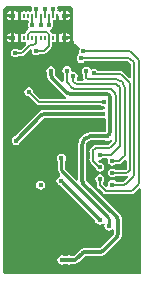
<source format=gtl>
G04*
G04 #@! TF.GenerationSoftware,Altium Limited,Altium Designer,20.1.14 (287)*
G04*
G04 Layer_Physical_Order=1*
G04 Layer_Color=30967*
%FSLAX24Y24*%
%MOIN*%
G70*
G04*
G04 #@! TF.SameCoordinates,895090D0-6B7F-4F05-9124-98F443DF3968*
G04*
G04*
G04 #@! TF.FilePolarity,Positive*
G04*
G01*
G75*
%ADD11C,0.0071*%
G04:AMPARAMS|DCode=12|XSize=17.9mil|YSize=13mil|CornerRadius=0.7mil|HoleSize=0mil|Usage=FLASHONLY|Rotation=0.000|XOffset=0mil|YOffset=0mil|HoleType=Round|Shape=RoundedRectangle|*
%AMROUNDEDRECTD12*
21,1,0.0179,0.0117,0,0,0.0*
21,1,0.0166,0.0130,0,0,0.0*
1,1,0.0013,0.0083,-0.0058*
1,1,0.0013,-0.0083,-0.0058*
1,1,0.0013,-0.0083,0.0058*
1,1,0.0013,0.0083,0.0058*
%
%ADD12ROUNDEDRECTD12*%
G04:AMPARAMS|DCode=13|XSize=7.1mil|YSize=15.7mil|CornerRadius=0.4mil|HoleSize=0mil|Usage=FLASHONLY|Rotation=180.000|XOffset=0mil|YOffset=0mil|HoleType=Round|Shape=RoundedRectangle|*
%AMROUNDEDRECTD13*
21,1,0.0071,0.0150,0,0,180.0*
21,1,0.0064,0.0157,0,0,180.0*
1,1,0.0007,-0.0032,0.0075*
1,1,0.0007,0.0032,0.0075*
1,1,0.0007,0.0032,-0.0075*
1,1,0.0007,-0.0032,-0.0075*
%
%ADD13ROUNDEDRECTD13*%
%ADD16C,0.0098*%
%ADD17C,0.0079*%
%ADD18C,0.0079*%
%ADD19C,0.0138*%
%ADD20C,0.0049*%
%ADD21C,0.0177*%
G36*
X1116Y8640D02*
X1155Y8577D01*
X1149Y8543D01*
X1152Y8529D01*
X1144Y8509D01*
X1107Y8462D01*
X1106Y8461D01*
X1104Y8461D01*
X1091Y8453D01*
X1079Y8461D01*
X1054Y8466D01*
X990D01*
X966Y8461D01*
X953Y8453D01*
X941Y8461D01*
X916Y8466D01*
X853D01*
X836Y8463D01*
X811Y8479D01*
X797Y8482D01*
Y8431D01*
X794Y8426D01*
X789Y8402D01*
Y8327D01*
Y8252D01*
X794Y8227D01*
X797Y8223D01*
Y8171D01*
X811Y8174D01*
X836Y8191D01*
X853Y8188D01*
X916D01*
X941Y8193D01*
X953Y8201D01*
X966Y8193D01*
X990Y8188D01*
X1018D01*
X1030Y8171D01*
X1046Y8125D01*
X1022Y8089D01*
X1011Y8031D01*
X1022Y7974D01*
X1046Y7938D01*
X1033Y7880D01*
X1029Y7870D01*
X974Y7834D01*
X937Y7779D01*
X927Y7726D01*
X916Y7728D01*
X853D01*
X836Y7724D01*
X811Y7741D01*
X797Y7744D01*
Y7693D01*
X794Y7688D01*
X789Y7664D01*
Y7589D01*
Y7513D01*
X794Y7489D01*
X797Y7484D01*
Y7433D01*
X811Y7436D01*
X836Y7453D01*
X853Y7450D01*
X916D01*
X937Y7435D01*
X945Y7357D01*
X778Y7189D01*
X772Y7187D01*
X711D01*
X707Y7193D01*
X658Y7226D01*
X600Y7237D01*
X543Y7226D01*
X494Y7193D01*
X461Y7144D01*
X450Y7087D01*
X461Y7029D01*
X494Y6980D01*
X543Y6948D01*
X600Y6936D01*
X658Y6948D01*
X707Y6980D01*
X711Y6986D01*
X784D01*
Y6985D01*
X853Y6998D01*
X912Y7038D01*
X912Y7038D01*
X955Y7083D01*
X1086Y7214D01*
X1141Y7185D01*
X1144Y7179D01*
X1139Y7156D01*
X1150Y7098D01*
X1183Y7049D01*
X1232Y7016D01*
X1289Y7005D01*
X1347Y7016D01*
X1396Y7049D01*
X1403Y7059D01*
X1478Y7059D01*
X1541Y7058D01*
X1541Y7058D01*
X1605Y7071D01*
X1660Y7107D01*
X1659Y7108D01*
X1714Y7164D01*
X1760Y7207D01*
X1760Y7207D01*
X1796Y7262D01*
X1809Y7326D01*
X1808Y7326D01*
X1808Y7442D01*
X1817Y7450D01*
X1881D01*
X1897Y7453D01*
X1923Y7436D01*
X1937Y7433D01*
Y7484D01*
X1940Y7489D01*
X1945Y7513D01*
Y7589D01*
Y7664D01*
X1940Y7688D01*
X1937Y7693D01*
Y7744D01*
X1923Y7741D01*
X1897Y7724D01*
X1881Y7728D01*
X1817D01*
X1807Y7726D01*
X1796Y7779D01*
X1764Y7827D01*
X1767Y7861D01*
X1778Y7897D01*
X1819Y7925D01*
X1852Y7974D01*
X1863Y8031D01*
X1852Y8089D01*
X1838Y8110D01*
X1859Y8174D01*
X1901Y8189D01*
X1923Y8174D01*
X1937Y8171D01*
Y8223D01*
X1940Y8227D01*
X1945Y8252D01*
Y8324D01*
X1945Y8327D01*
X2037D01*
Y8171D01*
X2051Y8174D01*
X2078Y8192D01*
X2126Y8188D01*
X2160Y8181D01*
X2193D01*
Y8327D01*
Y8472D01*
X2160D01*
X2126Y8466D01*
X2078Y8461D01*
X2051Y8479D01*
X2019Y8486D01*
X1995Y8515D01*
X2001Y8543D01*
X1994Y8577D01*
X2033Y8640D01*
X2427D01*
X2446Y8640D01*
X2482Y8625D01*
X2509Y8598D01*
X2523Y8563D01*
X2523Y8544D01*
X2523Y8543D01*
X2523Y8543D01*
X2523Y7569D01*
X2524Y7564D01*
X2524Y7559D01*
X2527Y7521D01*
X2532Y7507D01*
X2535Y7492D01*
X2564Y7421D01*
X2586Y7389D01*
X2640Y7334D01*
X2673Y7313D01*
X2714Y7295D01*
X2722Y7283D01*
X2735Y7230D01*
X2734Y7221D01*
X2715Y7193D01*
X2704Y7136D01*
X2715Y7078D01*
X2685Y7010D01*
X2679Y7006D01*
X2646Y6957D01*
X2635Y6900D01*
X2646Y6842D01*
X2679Y6793D01*
X2728Y6761D01*
X2785Y6749D01*
X2843Y6761D01*
X2892Y6793D01*
X2896Y6799D01*
X4355D01*
X4360Y6797D01*
X4454Y6703D01*
X4457Y6697D01*
Y6260D01*
X4399Y6235D01*
X4208Y6426D01*
X4209Y6427D01*
X4209Y6427D01*
X4209Y6427D01*
X4151Y6466D01*
X4082Y6480D01*
Y6478D01*
X3339D01*
X3315Y6514D01*
X3266Y6547D01*
X3209Y6558D01*
X3151Y6547D01*
X3111Y6520D01*
X3102Y6524D01*
X3069Y6573D01*
X3020Y6606D01*
X2963Y6617D01*
X2905Y6606D01*
X2856Y6573D01*
X2824Y6524D01*
X2812Y6467D01*
X2824Y6409D01*
X2856Y6360D01*
X2862Y6356D01*
Y6257D01*
X2870Y6218D01*
X2878Y6207D01*
X2850Y6144D01*
X2691D01*
X2691Y6144D01*
X2691Y6144D01*
X2690Y6144D01*
X2690Y6144D01*
X2660Y6150D01*
X2649Y6166D01*
X2636Y6218D01*
X2659Y6251D01*
X2670Y6309D01*
X2659Y6367D01*
X2626Y6415D01*
X2577Y6448D01*
X2520Y6459D01*
X2520Y6460D01*
X2464Y6496D01*
X2452Y6554D01*
X2419Y6603D01*
X2371Y6635D01*
X2313Y6647D01*
X2255Y6635D01*
X2207Y6603D01*
X2174Y6554D01*
X2162Y6496D01*
X2174Y6438D01*
X2207Y6390D01*
X2213Y6386D01*
Y6135D01*
X2211D01*
X2211Y6133D01*
X2153Y6102D01*
X1959Y6297D01*
X1916Y6343D01*
X1914Y6346D01*
X1912Y6409D01*
Y6416D01*
X1921Y6429D01*
X1932Y6486D01*
X1921Y6544D01*
X1888Y6593D01*
X1839Y6625D01*
X1781Y6637D01*
X1724Y6625D01*
X1675Y6593D01*
X1642Y6544D01*
X1631Y6486D01*
X1642Y6429D01*
X1651Y6416D01*
Y6346D01*
X1652Y6343D01*
X1660Y6277D01*
X1687Y6212D01*
X1728Y6159D01*
X1730Y6157D01*
X2220Y5667D01*
X2222Y5665D01*
X2275Y5624D01*
X2299Y5615D01*
X2286Y5552D01*
X1421D01*
X1192Y5780D01*
X1194Y5787D01*
X1182Y5845D01*
X1150Y5894D01*
X1101Y5926D01*
X1043Y5938D01*
X986Y5926D01*
X937Y5894D01*
X904Y5845D01*
X893Y5787D01*
X904Y5730D01*
X937Y5681D01*
X986Y5648D01*
X1043Y5637D01*
X1050Y5638D01*
X1309Y5380D01*
X1341Y5358D01*
X1380Y5351D01*
X3429D01*
X3433Y5345D01*
X3482Y5312D01*
X3540Y5301D01*
X3595Y5255D01*
X3595Y5244D01*
X3537Y5199D01*
X3533Y5200D01*
X3476Y5188D01*
X3463Y5180D01*
X1563D01*
X1563Y5180D01*
X1562Y5180D01*
X1562Y5180D01*
X1557Y5179D01*
X1494Y5170D01*
X1429Y5144D01*
X1375Y5102D01*
X1373Y5101D01*
X578Y4305D01*
X562Y4302D01*
X514Y4270D01*
X481Y4221D01*
X470Y4163D01*
X481Y4106D01*
X514Y4057D01*
X562Y4024D01*
X620Y4013D01*
X678Y4024D01*
X727Y4057D01*
X759Y4106D01*
X762Y4121D01*
X1558Y4916D01*
X1558Y4916D01*
X1559Y4915D01*
X1563Y4917D01*
X1626Y4919D01*
X3463D01*
X3476Y4910D01*
X3533Y4899D01*
X3566Y4905D01*
X3629Y4866D01*
Y4469D01*
X3627Y4467D01*
X3578Y4433D01*
X3576Y4432D01*
X3095D01*
Y4433D01*
X2991Y4419D01*
X2894Y4379D01*
X2811Y4315D01*
X2747Y4232D01*
X2707Y4135D01*
X2693Y4031D01*
X2694D01*
Y2846D01*
X2633Y2819D01*
X2246Y3206D01*
X2242Y3214D01*
X2242Y3486D01*
X2271Y3529D01*
X2282Y3587D01*
X2271Y3645D01*
X2238Y3693D01*
X2190Y3726D01*
X2132Y3737D01*
X2074Y3726D01*
X2025Y3693D01*
X1993Y3645D01*
X1981Y3587D01*
X1993Y3529D01*
X2022Y3486D01*
X2022Y3266D01*
X2020Y3204D01*
X2020Y3204D01*
X2036Y3124D01*
X2081Y3055D01*
X2090Y2996D01*
X2081Y2969D01*
X2058Y2964D01*
X2009Y2931D01*
X1976Y2882D01*
X1965Y2825D01*
X1976Y2767D01*
X2009Y2718D01*
X2058Y2686D01*
X2073Y2683D01*
X3256Y1499D01*
X3266Y1448D01*
X3299Y1399D01*
X3348Y1367D01*
X3406Y1355D01*
X3463Y1367D01*
X3495Y1388D01*
X3555Y1381D01*
X3571Y1375D01*
X3573Y1370D01*
X3572Y1367D01*
X3560Y1309D01*
X3572Y1251D01*
X3604Y1203D01*
X3653Y1170D01*
X3711Y1159D01*
X3768Y1170D01*
X3817Y1203D01*
X3822Y1210D01*
X3885Y1191D01*
Y1053D01*
X3883Y1051D01*
X3842Y1005D01*
X3839Y1001D01*
X3457Y620D01*
X3411Y577D01*
X3408Y575D01*
X3345Y573D01*
X2893D01*
Y575D01*
X2813Y559D01*
X2744Y513D01*
X2744Y513D01*
X2701Y468D01*
X2545Y312D01*
X2447D01*
X2434Y321D01*
X2377Y332D01*
X2319Y321D01*
X2306Y312D01*
X2217D01*
X2204Y321D01*
X2146Y332D01*
X2089Y321D01*
X2040Y288D01*
X2007Y239D01*
X1996Y182D01*
X2007Y124D01*
X2040Y75D01*
X2089Y42D01*
X2146Y31D01*
X2204Y42D01*
X2217Y51D01*
X2306D01*
X2319Y42D01*
X2377Y31D01*
X2434Y42D01*
X2447Y51D01*
X2567D01*
X2567Y51D01*
Y50D01*
X2647Y66D01*
X2716Y111D01*
X2716Y112D01*
X2759Y157D01*
X2915Y312D01*
X3408D01*
X3411Y313D01*
X3477Y322D01*
X3542Y349D01*
X3594Y389D01*
X3597Y391D01*
X4068Y861D01*
X4069Y864D01*
X4110Y917D01*
X4137Y982D01*
X4146Y1048D01*
X4146Y1051D01*
X4146D01*
X4146Y1051D01*
Y1518D01*
X4146Y1521D01*
X4137Y1587D01*
X4110Y1652D01*
X4069Y1706D01*
X4067Y1708D01*
X3002Y2773D01*
X2959Y2819D01*
X2957Y2823D01*
X2955Y2885D01*
Y4031D01*
X2955Y4031D01*
X2966Y4084D01*
X2996Y4130D01*
X3042Y4160D01*
X3095Y4171D01*
X3095Y4171D01*
X3581D01*
X3594Y4162D01*
X3652Y4151D01*
X3709Y4162D01*
X3753Y4191D01*
X3779Y4189D01*
X3822Y4177D01*
X3829Y4158D01*
X3831Y4140D01*
X3711Y4020D01*
X3705Y4018D01*
X3300D01*
X3300Y4018D01*
Y4019D01*
X3231Y4005D01*
X3173Y3966D01*
X3173Y3966D01*
X3128Y3922D01*
X3120Y3914D01*
X3120Y3914D01*
X3081Y3855D01*
X3067Y3786D01*
X3069D01*
Y3537D01*
X3067D01*
X3081Y3467D01*
X3120Y3409D01*
X3121Y3410D01*
X3268Y3264D01*
X3276Y3220D01*
X3309Y3171D01*
X3358Y3138D01*
X3415Y3127D01*
X3473Y3138D01*
X3522Y3171D01*
X3554Y3220D01*
X3566Y3278D01*
X3554Y3335D01*
X3522Y3384D01*
X3473Y3417D01*
X3415Y3428D01*
X3392Y3423D01*
X3347Y3468D01*
X3378Y3526D01*
X3406Y3521D01*
X3463Y3532D01*
X3512Y3565D01*
X3516Y3571D01*
X3646D01*
X3685Y3508D01*
X3678Y3474D01*
X3690Y3417D01*
X3722Y3368D01*
X3771Y3335D01*
X3829Y3324D01*
X3886Y3335D01*
X3935Y3368D01*
X3939Y3374D01*
X4055D01*
X4094Y3382D01*
X4126Y3403D01*
X4246Y3523D01*
X4309Y3497D01*
Y3199D01*
X4297Y3191D01*
X4249Y3182D01*
X4249Y3181D01*
X3946Y3181D01*
X3935Y3197D01*
X3886Y3230D01*
X3829Y3241D01*
X3771Y3230D01*
X3722Y3197D01*
X3690Y3148D01*
X3678Y3091D01*
X3690Y3033D01*
X3722Y2984D01*
X3771Y2951D01*
X3829Y2940D01*
X3886Y2951D01*
X3930Y2980D01*
X4186Y2980D01*
X4249Y2979D01*
Y2979D01*
X4323Y2989D01*
X4343Y2966D01*
X4356Y2932D01*
X4223Y2800D01*
X4217Y2797D01*
X3939D01*
X3935Y2803D01*
X3886Y2836D01*
X3829Y2847D01*
X3771Y2836D01*
X3722Y2803D01*
X3690Y2754D01*
X3678Y2697D01*
X3681Y2685D01*
X3635Y2620D01*
X3601Y2616D01*
X3522Y2696D01*
X3519Y2702D01*
Y2776D01*
X3522Y2777D01*
X3554Y2826D01*
X3566Y2884D01*
X3554Y2941D01*
X3522Y2990D01*
X3473Y3023D01*
X3415Y3034D01*
X3358Y3023D01*
X3309Y2990D01*
X3276Y2941D01*
X3265Y2884D01*
X3276Y2826D01*
X3309Y2777D01*
X3318Y2771D01*
Y2689D01*
X3317D01*
X3331Y2620D01*
X3370Y2562D01*
X3370Y2563D01*
X3371Y2563D01*
X3501Y2432D01*
X3501Y2432D01*
X3500Y2431D01*
X3559Y2392D01*
X3628Y2378D01*
Y2380D01*
X3628Y2380D01*
X4456D01*
Y2378D01*
X4525Y2392D01*
X4583Y2431D01*
X4582Y2432D01*
X4734Y2584D01*
X4797Y2558D01*
Y-220D01*
X4782Y-256D01*
X4755Y-283D01*
X4726Y-295D01*
X4717Y-294D01*
X4711Y-295D01*
X4705Y-293D01*
X276D01*
X241Y-279D01*
X213Y-252D01*
X199Y-216D01*
Y-197D01*
Y8543D01*
Y8562D01*
X213Y8598D01*
X241Y8625D01*
X276Y8640D01*
X295D01*
X1116D01*
D02*
G37*
%LPC*%
G36*
X697Y8482D02*
X683Y8479D01*
X655Y8461D01*
X607Y8466D01*
X574Y8472D01*
X541D01*
Y8327D01*
Y8181D01*
X574D01*
X607Y8188D01*
X655Y8192D01*
X683Y8174D01*
X697Y8171D01*
Y8327D01*
Y8482D01*
D02*
G37*
G36*
X2326Y8472D02*
X2293D01*
Y8377D01*
X2413D01*
Y8385D01*
X2406Y8418D01*
X2387Y8447D01*
X2359Y8466D01*
X2326Y8472D01*
D02*
G37*
G36*
X441D02*
X408D01*
X374Y8466D01*
X346Y8447D01*
X327Y8418D01*
X321Y8385D01*
Y8377D01*
X441D01*
Y8472D01*
D02*
G37*
G36*
X2413Y8277D02*
X2293D01*
Y8181D01*
X2326D01*
X2359Y8188D01*
X2387Y8207D01*
X2406Y8235D01*
X2413Y8268D01*
Y8277D01*
D02*
G37*
G36*
X441D02*
X321D01*
Y8268D01*
X327Y8235D01*
X346Y8207D01*
X374Y8188D01*
X408Y8181D01*
X441D01*
Y8277D01*
D02*
G37*
G36*
X697Y7744D02*
X683Y7741D01*
X655Y7723D01*
X607Y7727D01*
X574Y7734D01*
X541D01*
Y7589D01*
Y7443D01*
X574D01*
X607Y7450D01*
X655Y7454D01*
X683Y7436D01*
X697Y7433D01*
Y7589D01*
Y7744D01*
D02*
G37*
G36*
X441Y7734D02*
X408D01*
X374Y7727D01*
X346Y7709D01*
X327Y7680D01*
X321Y7647D01*
Y7639D01*
X441D01*
Y7734D01*
D02*
G37*
G36*
X2326D02*
X2293D01*
Y7639D01*
X2413D01*
Y7647D01*
X2406Y7680D01*
X2387Y7709D01*
X2359Y7727D01*
X2326Y7734D01*
D02*
G37*
G36*
X2413Y7539D02*
X2293D01*
Y7443D01*
X2326D01*
X2359Y7450D01*
X2387Y7469D01*
X2406Y7497D01*
X2413Y7530D01*
Y7539D01*
D02*
G37*
G36*
X2037Y7744D02*
Y7589D01*
Y7433D01*
X2051Y7436D01*
X2078Y7454D01*
X2126Y7450D01*
X2160Y7443D01*
X2193D01*
Y7589D01*
Y7734D01*
X2160D01*
X2126Y7727D01*
X2078Y7723D01*
X2051Y7741D01*
X2037Y7744D01*
D02*
G37*
G36*
X441Y7539D02*
X321D01*
Y7530D01*
X327Y7497D01*
X346Y7469D01*
X374Y7450D01*
X408Y7443D01*
X441D01*
Y7539D01*
D02*
G37*
G36*
X1437Y2828D02*
X1379Y2816D01*
X1331Y2784D01*
X1298Y2735D01*
X1286Y2677D01*
X1298Y2620D01*
X1331Y2571D01*
X1379Y2538D01*
X1437Y2527D01*
X1495Y2538D01*
X1543Y2571D01*
X1576Y2620D01*
X1588Y2677D01*
X1576Y2735D01*
X1543Y2784D01*
X1495Y2816D01*
X1437Y2828D01*
D02*
G37*
%LPD*%
D11*
X1541Y7156D02*
G03*
X1591Y7176I0J71D01*
G01*
X1690Y7276D02*
G03*
X1711Y7326I-50J50D01*
G01*
X1711Y7715D02*
G03*
X1640Y7785I-71J0D01*
G01*
X1093D02*
G03*
X1022Y7715I-0J-71D01*
G01*
X1849Y8327D02*
Y8542D01*
X1711Y7326D02*
X1711Y7589D01*
X1339Y7156D02*
X1541Y7156D01*
X1591Y7176D02*
X1690Y7276D01*
X1711Y7326D02*
X1711Y7326D01*
X1711Y7589D02*
Y7715D01*
X1093Y7785D02*
X1640D01*
X1022Y7715D02*
X1022D01*
X1711Y8033D02*
Y8327D01*
X1436Y8033D02*
Y8327D01*
X1298D02*
Y8542D01*
X1573Y8327D02*
Y8542D01*
X1161Y8031D02*
Y8325D01*
X1022Y7589D02*
Y7715D01*
D12*
X491Y8327D02*
D03*
X491Y7589D02*
D03*
X2243D02*
D03*
X2243Y8327D02*
D03*
D13*
X747Y8327D02*
D03*
X884D02*
D03*
X1022D02*
D03*
X1160D02*
D03*
X1298D02*
D03*
X1436D02*
D03*
X1573D02*
D03*
X1711D02*
D03*
X1849D02*
D03*
X1987D02*
D03*
X747Y7589D02*
D03*
X884D02*
D03*
X1022D02*
D03*
X1160D02*
D03*
X1298D02*
D03*
X1436D02*
D03*
X1573D02*
D03*
X1711D02*
D03*
X1849D02*
D03*
X1987D02*
D03*
D16*
X3711Y1544D02*
G03*
X3682Y1614I-98J0D01*
G01*
X2132Y3204D02*
G03*
X2161Y3135I98J-0D01*
G01*
X2143Y2768D02*
X3406Y1506D01*
X2161Y3135D02*
X3682Y1614D01*
X3711Y1309D02*
Y1544D01*
X2132Y3204D02*
X2132Y3587D01*
D17*
X3937Y5686D02*
G03*
X3914Y5742I-79J0D01*
G01*
X3914Y4081D02*
G03*
X3937Y4137I-56J56D01*
G01*
X2497Y5918D02*
G03*
X2552Y5896I55J56D01*
G01*
X3717Y3917D02*
G03*
X3773Y3940I0J79D01*
G01*
X3192Y3842D02*
G03*
X3169Y3786I56J-56D01*
G01*
Y3537D02*
G03*
X3192Y3481I79J0D01*
G01*
X2313Y6135D02*
G03*
X2336Y6079I79J0D01*
G01*
X4252Y5906D02*
G03*
X3947Y6211I-305J0D01*
G01*
X4137Y6355D02*
G03*
X4082Y6378I-56J-56D01*
G01*
X4094Y5893D02*
G03*
X4072Y5948I-79J-0D01*
G01*
X2520Y6146D02*
G03*
X2559Y6078I79J-0D01*
G01*
X4072Y5948D02*
G03*
X4071Y5949I-56J-55D01*
G01*
X4409Y6050D02*
G03*
X4386Y6106I-79J0D01*
G01*
X4374Y3119D02*
G03*
X4409Y3185I-44J66D01*
G01*
X4249Y3081D02*
G03*
X4374Y3119I-0J227D01*
G01*
X3829Y3091D02*
G03*
X3867Y3081I38J69D01*
G01*
X4229Y3648D02*
G03*
X4252Y3704I-56J56D01*
G01*
X2559Y6078D02*
G03*
X2690Y6043I131J233D01*
G01*
X3783Y5872D02*
G03*
X3727Y5896I-56J-55D01*
G01*
X3999Y6020D02*
G03*
X3944Y6043I-56J-56D01*
G01*
X4423Y6876D02*
G03*
X4367Y6900I-56J-55D01*
G01*
X4557Y6710D02*
G03*
X4534Y6765I-79J-0D01*
G01*
X4715Y6818D02*
G03*
X4691Y6874I-79J0D01*
G01*
X4453Y7112D02*
G03*
X4397Y7136I-56J-55D01*
G01*
X1275Y7407D02*
G03*
X1298Y7462I-56J56D01*
G01*
X1178Y7343D02*
G03*
X1234Y7365I-0J79D01*
G01*
X784Y7087D02*
G03*
X840Y7110I0J79D01*
G01*
X1105Y7343D02*
G03*
X1050Y7319I0J-79D01*
G01*
X3300Y3917D02*
G03*
X3245Y3894I0J-79D01*
G01*
X4071Y3968D02*
G03*
X4094Y4024I-56J56D01*
G01*
X3742Y3671D02*
G03*
X3798Y3694I-0J79D01*
G01*
X4534Y2969D02*
G03*
X4557Y3025I-56J56D01*
G01*
X3572Y2503D02*
G03*
X3628Y2480I56J56D01*
G01*
X3419Y2689D02*
G03*
X3442Y2634I79J0D01*
G01*
X4456Y2480D02*
G03*
X4511Y2503I-0J79D01*
G01*
X4229Y2697D02*
G03*
X4285Y2720I-0J79D01*
G01*
X4692Y2684D02*
G03*
X4715Y2739I-56J56D01*
G01*
X3937Y4137D02*
Y5686D01*
X3773Y3940D02*
X3914Y4081D01*
X2552Y5896D02*
X3727D01*
X2497Y5919D02*
X2497Y5918D01*
X3300Y3917D02*
X3717D01*
X3192Y3481D02*
X3396Y3278D01*
X3192Y3842D02*
X3245Y3894D01*
X3192Y3842D02*
X3192Y3842D01*
X3169Y3537D02*
Y3786D01*
X2336Y6079D02*
X2497Y5919D01*
X2313Y6135D02*
Y6496D01*
Y6135D02*
Y6135D01*
X3009Y6211D02*
X3947D01*
X2963Y6257D02*
Y6467D01*
Y6257D02*
X3009Y6211D01*
X4252Y3704D02*
Y5906D01*
X3172Y6378D02*
X4082D01*
X4137Y6355D02*
X4386Y6106D01*
X4137Y6355D02*
X4137Y6355D01*
X2520Y6146D02*
X2520D01*
X2520Y6309D01*
X4094Y5893D02*
X4094Y5892D01*
X4072Y5948D02*
X4072Y5948D01*
X4094Y4024D02*
Y5892D01*
X4409Y3185D02*
Y6050D01*
Y3185D02*
Y3185D01*
X4249Y3081D02*
X4249D01*
X3867Y3081D02*
X4249Y3081D01*
X3829Y3091D02*
X3829Y3091D01*
X4055Y3474D02*
X4229Y3648D01*
X2691Y6043D02*
X3944D01*
X2690Y6043D02*
X2691Y6043D01*
X3783Y5872D02*
X3914Y5742D01*
X3999Y6020D02*
X4071Y5949D01*
X1849Y8542D02*
X1850Y8543D01*
X4557Y3025D02*
Y6710D01*
X2785Y6900D02*
X4367D01*
X4423Y6876D02*
X4534Y6765D01*
X4557Y6710D02*
X4557Y6710D01*
X2854Y7136D02*
X4397D01*
X4715Y2739D02*
Y6818D01*
X4452Y7112D02*
X4691Y6874D01*
X1105Y7343D02*
X1105Y7343D01*
X1298Y7462D02*
Y7589D01*
X1234Y7365D02*
X1275Y7407D01*
X1105Y7343D02*
X1178Y7343D01*
X600Y7087D02*
X784D01*
X840Y7110D02*
X1050Y7319D01*
X3396Y3278D02*
X3415D01*
X3798Y3694D02*
X4071Y3968D01*
X3406Y3671D02*
X3742D01*
X4285Y2720D02*
X4534Y2969D01*
X3829Y3474D02*
X4055D01*
X3419Y2689D02*
Y2880D01*
X3442Y2634D02*
X3572Y2503D01*
X3628Y2480D02*
Y2480D01*
X4456D01*
X3415Y2884D02*
X3419Y2880D01*
X4511Y2503D02*
X4692Y2684D01*
X3829Y2697D02*
X4229D01*
X1043Y5787D02*
X1380Y5451D01*
X3540D01*
D18*
X3192Y3842D02*
D03*
X4137Y6355D02*
D03*
D19*
X3760Y5580D02*
G03*
X3622Y5719I-138J1D01*
G01*
X1562Y5049D02*
G03*
X1465Y5009I1J-138D01*
G01*
X4016Y1518D02*
G03*
X3975Y1615I-138J0D01*
G01*
X2825Y2822D02*
G03*
X2865Y2725I138J1D01*
G01*
X3719Y4369D02*
G03*
X3760Y4467I-97J97D01*
G01*
X3975Y954D02*
G03*
X4016Y1051I-97J97D01*
G01*
X3408Y443D02*
G03*
X3505Y483I0J138D01*
G01*
X2893Y443D02*
G03*
X2838Y420I0J-79D01*
G01*
X2312Y5759D02*
G03*
X2409Y5719I97J97D01*
G01*
X1781Y6346D02*
G03*
X1822Y6249I138J0D01*
G01*
X3095Y4301D02*
G03*
X2825Y4031I0J-270D01*
G01*
X2567Y182D02*
G03*
X2623Y205I-0J79D01*
G01*
X2409Y5719D02*
X3622D01*
X3760Y4467D02*
Y5580D01*
X1562Y5049D02*
X1563Y5049D01*
X620Y4163D02*
X1465Y5009D01*
X1563Y5049D02*
X3533D01*
X4016Y1051D02*
Y1518D01*
X2865Y2725D02*
X3975Y1615D01*
X2825Y2822D02*
Y4031D01*
X2623Y205D02*
X2838Y420D01*
X3719Y4369D02*
Y4369D01*
X3095Y4301D02*
X3652D01*
X3505Y483D02*
X3975Y954D01*
X2893Y443D02*
X3408D01*
X2409Y5719D02*
Y5719D01*
X1822Y6249D02*
X2312Y5759D01*
X1781Y6346D02*
Y6486D01*
X2567Y182D02*
X2567D01*
X2377D02*
X2567D01*
X3652Y4301D02*
X3719Y4369D01*
X2146Y182D02*
X2377D01*
D20*
X1711Y8033D02*
X1713Y8031D01*
X1436Y8033D02*
X1437Y8031D01*
X1298Y8542D02*
X1299Y8543D01*
X1573Y8542D02*
X1575Y8543D01*
X1160Y8327D02*
X1161Y8325D01*
D21*
X2785Y6900D02*
D03*
X3209Y6407D02*
D03*
X2520Y6309D02*
D03*
X1437Y2677D02*
D03*
X1230Y6073D02*
D03*
X3406Y1506D02*
D03*
X984Y2303D02*
D03*
X1821Y1004D02*
D03*
X1033D02*
D03*
X374Y6083D02*
D03*
X846Y6073D02*
D03*
X3524Y6693D02*
D03*
X3494Y4665D02*
D03*
X335Y6713D02*
D03*
X4429Y1959D02*
D03*
X4456Y1360D02*
D03*
X2377Y182D02*
D03*
X2146D02*
D03*
X3711Y1309D02*
D03*
X3652Y4301D02*
D03*
X2313Y6496D02*
D03*
X522Y7953D02*
D03*
X600Y7087D02*
D03*
X1713Y8031D02*
D03*
X1781Y6486D02*
D03*
X2963Y6467D02*
D03*
X1850Y8543D02*
D03*
X1437Y8031D02*
D03*
X2854Y7136D02*
D03*
X620Y4163D02*
D03*
X1575Y8543D02*
D03*
X2115Y2825D02*
D03*
X2132Y3587D02*
D03*
X1299Y8543D02*
D03*
X1161Y8031D02*
D03*
X1289Y7156D02*
D03*
X3829Y3474D02*
D03*
Y2697D02*
D03*
X3415Y2884D02*
D03*
X3829Y3091D02*
D03*
X3415Y3278D02*
D03*
X3406Y3671D02*
D03*
X3540Y5451D02*
D03*
X3533Y5049D02*
D03*
X1043Y5787D02*
D03*
M02*

</source>
